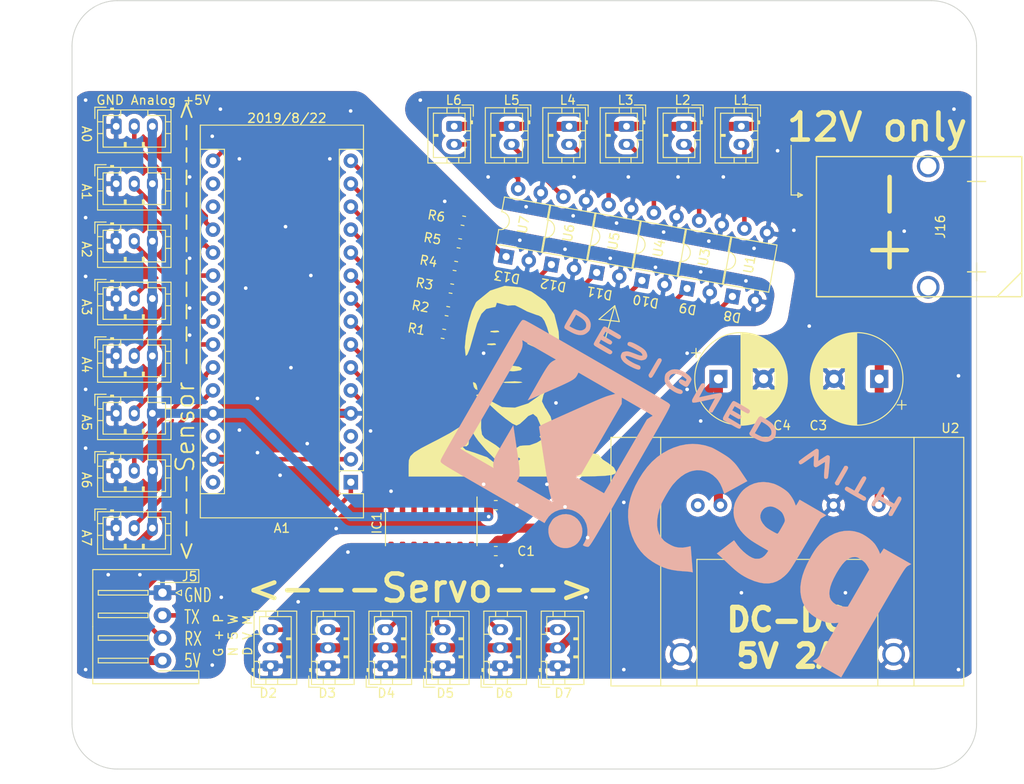
<source format=kicad_pcb>
(kicad_pcb (version 20171130) (host pcbnew "(5.1.2)-1")
  (layers (0 F.Cu signal) (31 B.Cu signal) (34 B.Paste user) (35 F.Paste user) (36 B.SilkS user) (37 F.SilkS user) (38 B.Mask user) (39 F.Mask user) (44 Edge.Cuts user))
  (net 0 "")
  (net 1 "Net-(A1-Pad1)")
  (net 2 "Net-(A1-Pad2)")
  (net 3 "Net-(A1-Pad19)")
  (net 4 GND)
  (net 5 "Net-(A1-Pad20)")
  (net 6 "Net-(A1-Pad5)")
  (net 7 "Net-(A1-Pad21)")
  (net 8 "Net-(A1-Pad6)")
  (net 9 "Net-(A1-Pad22)")
  (net 10 "Net-(A1-Pad7)")
  (net 11 "Net-(A1-Pad23)")
  (net 12 "Net-(A1-Pad8)")
  (net 13 "Net-(A1-Pad24)")
  (net 14 "Net-(A1-Pad9)")
  (net 15 "Net-(A1-Pad25)")
  (net 16 "Net-(A1-Pad10)")
  (net 17 "Net-(A1-Pad26)")
  (net 18 "Net-(A1-Pad11)")
  (net 19 +5V)
  (net 20 "Net-(A1-Pad12)")
  (net 21 "Net-(A1-Pad13)")
  (net 22 "Net-(A1-Pad14)")
  (net 23 "Net-(A1-Pad15)")
  (net 24 "Net-(A1-Pad16)")
  (net 25 GNDPWR)
  (net 26 /5V2A)
  (net 27 +12V)
  (net 28 "Net-(IC1-Pad10)")
  (net 29 "Net-(IC1-Pad11)")
  (net 30 "Net-(IC1-Pad12)")
  (net 31 "Net-(IC1-Pad13)")
  (net 32 "Net-(IC1-Pad14)")
  (net 33 "Net-(IC1-Pad15)")
  (net 34 "Net-(L1-Pad2)")
  (net 35 "Net-(L2-Pad2)")
  (net 36 "Net-(L3-Pad2)")
  (net 37 "Net-(L4-Pad2)")
  (net 38 "Net-(L5-Pad2)")
  (net 39 "Net-(L6-Pad2)")
  (net 40 "Net-(R1-Pad2)")
  (net 41 "Net-(R2-Pad2)")
  (net 42 "Net-(R3-Pad2)")
  (net 43 "Net-(R4-Pad2)")
  (net 44 "Net-(R5-Pad2)")
  (net 45 "Net-(R6-Pad2)")
  (module Morita:face2 (layer F.Cu) (at 228.5 116)
    (fp_text reference G*** hide)
    (fp_text value LOGO hide)
  )
  (module Symbol:KiCad-Logo2_20mm_SilkScreen (layer B.Cu) (at 246.75 131.5 330)
    (fp_text reference REF** hide)
    (fp_text value KiCad-Logo2_20mm_SilkScreen hide)
  )
  (module MountingHole:MountingHole_3.2mm_M3 (layer F.Cu) (at 275 80)
    (fp_text reference REF** hide)
    (fp_text value MountingHole_3.2mm_M3)
    (pad 1 np_thru_hole circle (at 0 0) (size 3.2 3.2) (drill 3.2) (layers *.Cu *.Mask))
  )
  (module MountingHole:MountingHole_3.2mm_M3 (layer F.Cu) (at 255 80)
    (fp_text reference REF** hide)
    (fp_text value MountingHole_3.2mm_M3)
    (pad 1 np_thru_hole circle (at 0 0) (size 3.2 3.2) (drill 3.2) (layers *.Cu *.Mask))
  )
  (module MountingHole:MountingHole_3.2mm_M3 (layer F.Cu) (at 265 80)
    (fp_text reference REF** hide)
    (fp_text value MountingHole_3.2mm_M3)
    (pad 1 np_thru_hole circle (at 0 0) (size 3.2 3.2) (drill 3.2) (layers *.Cu *.Mask))
  )
  (module MountingHole:MountingHole_3.2mm_M3 (layer F.Cu) (at 245 80)
    (fp_text reference REF** hide)
    (fp_text value MountingHole_3.2mm_M3)
    (pad 1 np_thru_hole circle (at 0 0) (size 3.2 3.2) (drill 3.2) (layers *.Cu *.Mask))
  )
  (module MountingHole:MountingHole_3.2mm_M3 (layer F.Cu) (at 235 80)
    (fp_text reference REF** hide)
    (fp_text value MountingHole_3.2mm_M3)
    (pad 1 np_thru_hole circle (at 0 0) (size 3.2 3.2) (drill 3.2) (layers *.Cu *.Mask))
  )
  (module MountingHole:MountingHole_3.2mm_M3 (layer F.Cu) (at 205 80)
    (fp_text reference REF** hide)
    (fp_text value MountingHole_3.2mm_M3)
    (pad 1 np_thru_hole circle (at 0 0) (size 3.2 3.2) (drill 3.2) (layers *.Cu *.Mask))
  )
  (module MountingHole:MountingHole_3.2mm_M3 (layer F.Cu) (at 225 80)
    (fp_text reference REF** hide)
    (fp_text value MountingHole_3.2mm_M3)
    (pad 1 np_thru_hole circle (at 0 0) (size 3.2 3.2) (drill 3.2) (layers *.Cu *.Mask))
  )
  (module MountingHole:MountingHole_3.2mm_M3 (layer F.Cu) (at 215 80)
    (fp_text reference REF** hide)
    (fp_text value MountingHole_3.2mm_M3)
    (pad 1 np_thru_hole circle (at 0 0) (size 3.2 3.2) (drill 3.2) (layers *.Cu *.Mask))
  )
  (module MountingHole:MountingHole_3.2mm_M3 (layer F.Cu) (at 195 80)
    (fp_text reference REF** hide)
    (fp_text value MountingHole_3.2mm_M3)
    (pad 1 np_thru_hole circle (at 0 0) (size 3.2 3.2) (drill 3.2) (layers *.Cu *.Mask))
  )
  (module MountingHole:MountingHole_3.2mm_M3 (layer F.Cu) (at 185 80)
    (fp_text reference REF** hide)
    (fp_text value MountingHole_3.2mm_M3)
    (pad 1 np_thru_hole circle (at 0 0) (size 3.2 3.2) (drill 3.2) (layers *.Cu *.Mask))
  )
  (module MountingHole:MountingHole_3.2mm_M3 (layer F.Cu) (at 255 155)
    (fp_text reference REF** hide)
    (fp_text value MountingHole_3.2mm_M3)
    (pad 1 np_thru_hole circle (at 0 0) (size 3.2 3.2) (drill 3.2) (layers *.Cu *.Mask))
  )
  (module MountingHole:MountingHole_3.2mm_M3 (layer F.Cu) (at 275 155)
    (fp_text reference REF** hide)
    (fp_text value MountingHole_3.2mm_M3)
    (pad 1 np_thru_hole circle (at 0 0) (size 3.2 3.2) (drill 3.2) (layers *.Cu *.Mask))
  )
  (module MountingHole:MountingHole_3.2mm_M3 (layer F.Cu) (at 265 155)
    (fp_text reference REF** hide)
    (fp_text value MountingHole_3.2mm_M3)
    (pad 1 np_thru_hole circle (at 0 0) (size 3.2 3.2) (drill 3.2) (layers *.Cu *.Mask))
  )
  (module MountingHole:MountingHole_3.2mm_M3 (layer F.Cu) (at 245 155)
    (fp_text reference REF** hide)
    (fp_text value MountingHole_3.2mm_M3)
    (pad 1 np_thru_hole circle (at 0 0) (size 3.2 3.2) (drill 3.2) (layers *.Cu *.Mask))
  )
  (module MountingHole:MountingHole_3.2mm_M3 (layer F.Cu) (at 235 155)
    (fp_text reference REF** hide)
    (fp_text value MountingHole_3.2mm_M3)
    (pad 1 np_thru_hole circle (at 0 0) (size 3.2 3.2) (drill 3.2) (layers *.Cu *.Mask))
  )
  (module MountingHole:MountingHole_3.2mm_M3 (layer F.Cu) (at 225 155)
    (fp_text reference REF** hide)
    (fp_text value MountingHole_3.2mm_M3)
    (pad 1 np_thru_hole circle (at 0 0) (size 3.2 3.2) (drill 3.2) (layers *.Cu *.Mask))
  )
  (module MountingHole:MountingHole_3.2mm_M3 (layer F.Cu) (at 215 155)
    (fp_text reference REF** hide)
    (fp_text value MountingHole_3.2mm_M3)
    (pad 1 np_thru_hole circle (at 0 0) (size 3.2 3.2) (drill 3.2) (layers *.Cu *.Mask))
  )
  (module MountingHole:MountingHole_3.2mm_M3 (layer F.Cu) (at 205 155)
    (fp_text reference REF** hide)
    (fp_text value MountingHole_3.2mm_M3)
    (pad 1 np_thru_hole circle (at 0 0) (size 3.2 3.2) (drill 3.2) (layers *.Cu *.Mask))
  )
  (module MountingHole:MountingHole_3.2mm_M3 (layer F.Cu) (at 195 155)
    (fp_text reference REF** hide)
    (fp_text value MountingHole_3.2mm_M3)
    (pad 1 np_thru_hole circle (at 0 0) (size 3.2 3.2) (drill 3.2) (layers *.Cu *.Mask))
  )
  (module MountingHole:MountingHole_3.2mm_M3 (layer F.Cu) (at 185 155)
    (fp_text reference REF** hide)
    (fp_text value MountingHole_3.2mm_M3)
    (pad 1 np_thru_hole circle (at 0 0) (size 3.2 3.2) (drill 3.2) (layers *.Cu *.Mask))
  )
  (module Module:Arduino_Nano (layer F.Cu) (at 210.82 128.27 180)
    (fp_text reference A1 (at 7.62 -5.08) (layer F.SilkS))
    (fp_text value Arduino_Nano_v2.x)
    (pad 1 thru_hole rect (at 0 0 180) (size 1.6 1.6) (drill 0.8) (layers *.Cu *.Mask) (net 1 "Net-(A1-Pad1)"))
    (pad 17 thru_hole oval (at 15.24 33.02 180) (size 1.6 1.6) (drill 0.8) (layers *.Cu *.Mask))
    (pad 2 thru_hole oval (at 0 2.54 180) (size 1.6 1.6) (drill 0.8) (layers *.Cu *.Mask) (net 2 "Net-(A1-Pad2)"))
    (pad 18 thru_hole oval (at 15.24 30.48 180) (size 1.6 1.6) (drill 0.8) (layers *.Cu *.Mask))
    (pad 3 thru_hole oval (at 0 5.08 180) (size 1.6 1.6) (drill 0.8) (layers *.Cu *.Mask))
    (pad 19 thru_hole oval (at 15.24 27.94 180) (size 1.6 1.6) (drill 0.8) (layers *.Cu *.Mask) (net 3 "Net-(A1-Pad19)"))
    (pad 4 thru_hole oval (at 0 7.62 180) (size 1.6 1.6) (drill 0.8) (layers *.Cu *.Mask) (net 4 GND))
    (pad 20 thru_hole oval (at 15.24 25.4 180) (size 1.6 1.6) (drill 0.8) (layers *.Cu *.Mask) (net 5 "Net-(A1-Pad20)"))
    (pad 5 thru_hole oval (at 0 10.16 180) (size 1.6 1.6) (drill 0.8) (layers *.Cu *.Mask) (net 6 "Net-(A1-Pad5)"))
    (pad 21 thru_hole oval (at 15.24 22.86 180) (size 1.6 1.6) (drill 0.8) (layers *.Cu *.Mask) (net 7 "Net-(A1-Pad21)"))
    (pad 6 thru_hole oval (at 0 12.7 180) (size 1.6 1.6) (drill 0.8) (layers *.Cu *.Mask) (net 8 "Net-(A1-Pad6)"))
    (pad 22 thru_hole oval (at 15.24 20.32 180) (size 1.6 1.6) (drill 0.8) (layers *.Cu *.Mask) (net 9 "Net-(A1-Pad22)"))
    (pad 7 thru_hole oval (at 0 15.24 180) (size 1.6 1.6) (drill 0.8) (layers *.Cu *.Mask) (net 10 "Net-(A1-Pad7)"))
    (pad 23 thru_hole oval (at 15.24 17.78 180) (size 1.6 1.6) (drill 0.8) (layers *.Cu *.Mask) (net 11 "Net-(A1-Pad23)"))
    (pad 8 thru_hole oval (at 0 17.78 180) (size 1.6 1.6) (drill 0.8) (layers *.Cu *.Mask) (net 12 "Net-(A1-Pad8)"))
    (pad 24 thru_hole oval (at 15.24 15.24 180) (size 1.6 1.6) (drill 0.8) (layers *.Cu *.Mask) (net 13 "Net-(A1-Pad24)"))
    (pad 9 thru_hole oval (at 0 20.32 180) (size 1.6 1.6) (drill 0.8) (layers *.Cu *.Mask) (net 14 "Net-(A1-Pad9)"))
    (pad 25 thru_hole oval (at 15.24 12.7 180) (size 1.6 1.6) (drill 0.8) (layers *.Cu *.Mask) (net 15 "Net-(A1-Pad25)"))
    (pad 10 thru_hole oval (at 0 22.86 180) (size 1.6 1.6) (drill 0.8) (layers *.Cu *.Mask) (net 16 "Net-(A1-Pad10)"))
    (pad 26 thru_hole oval (at 15.24 10.16 180) (size 1.6 1.6) (drill 0.8) (layers *.Cu *.Mask) (net 17 "Net-(A1-Pad26)"))
    (pad 11 thru_hole oval (at 0 25.4 180) (size 1.6 1.6) (drill 0.8) (layers *.Cu *.Mask) (net 18 "Net-(A1-Pad11)"))
    (pad 27 thru_hole oval (at 15.24 7.62 180) (size 1.6 1.6) (drill 0.8) (layers *.Cu *.Mask) (net 19 +5V))
    (pad 12 thru_hole oval (at 0 27.94 180) (size 1.6 1.6) (drill 0.8) (layers *.Cu *.Mask) (net 20 "Net-(A1-Pad12)"))
    (pad 28 thru_hole oval (at 15.24 5.08 180) (size 1.6 1.6) (drill 0.8) (layers *.Cu *.Mask))
    (pad 13 thru_hole oval (at 0 30.48 180) (size 1.6 1.6) (drill 0.8) (layers *.Cu *.Mask) (net 21 "Net-(A1-Pad13)"))
    (pad 29 thru_hole oval (at 15.24 2.54 180) (size 1.6 1.6) (drill 0.8) (layers *.Cu *.Mask) (net 4 GND))
    (pad 14 thru_hole oval (at 0 33.02 180) (size 1.6 1.6) (drill 0.8) (layers *.Cu *.Mask) (net 22 "Net-(A1-Pad14)"))
    (pad 30 thru_hole oval (at 15.24 0 180) (size 1.6 1.6) (drill 0.8) (layers *.Cu *.Mask))
    (pad 15 thru_hole oval (at 0 35.56 180) (size 1.6 1.6) (drill 0.8) (layers *.Cu *.Mask) (net 23 "Net-(A1-Pad15)"))
    (pad 16 thru_hole oval (at 15.24 35.56 180) (size 1.6 1.6) (drill 0.8) (layers *.Cu *.Mask) (net 24 "Net-(A1-Pad16)"))
  )
  (module Capacitor_SMD:C_0603_1608Metric (layer F.Cu) (at 226.8475 135.89)
    (fp_text reference C1 (at 3.3525 0.01) (layer F.SilkS))
    (fp_text value 0.1u)
    (pad 1 smd roundrect (at -0.7875 0) (size 0.875 0.95) (layers F.Cu F.Paste F.Mask) (net 26 /5V2A))
    (pad 2 smd roundrect (at 0.7875 0) (size 0.875 0.95) (layers F.Cu F.Paste F.Mask) (net 25 GNDPWR))
  )
  (module Capacitor_SMD:C_0603_1608Metric (layer F.Cu) (at 226.8475 130.81)
    (fp_text reference C2 (at 4.1525 -0.11) (layer F.SilkS))
    (fp_text value 0.1u)
    (pad 2 smd roundrect (at 0.7875 0) (size 0.875 0.95) (layers F.Cu F.Paste F.Mask) (net 4 GND))
    (pad 1 smd roundrect (at -0.7875 0) (size 0.875 0.95) (layers F.Cu F.Paste F.Mask) (net 19 +5V))
  )
  (module Capacitor_THT:CP_Radial_D10.0mm_P5.00mm (layer F.Cu) (at 269.24 116.84 180)
    (fp_text reference C3 (at 6.74 -5.16) (layer F.SilkS))
    (fp_text value 1000u)
    (pad 1 thru_hole rect (at 0 0 180) (size 2 2) (drill 1) (layers *.Cu *.Mask) (net 27 +12V))
    (pad 2 thru_hole circle (at 5 0 180) (size 2 2) (drill 1) (layers *.Cu *.Mask) (net 25 GNDPWR))
  )
  (module Capacitor_THT:CP_Radial_D10.0mm_P5.00mm (layer F.Cu) (at 251.46 116.84)
    (fp_text reference C4 (at 7.04 5.16) (layer F.SilkS))
    (fp_text value 1000u)
    (pad 1 thru_hole rect (at 0 0) (size 2 2) (drill 1) (layers *.Cu *.Mask) (net 26 /5V2A))
    (pad 2 thru_hole circle (at 5 0) (size 2 2) (drill 1) (layers *.Cu *.Mask) (net 25 GNDPWR))
  )
  (module Package_SO:SOIC-16_3.9x9.9mm_P1.27mm (layer F.Cu) (at 219.71 133.35 270)
    (fp_text reference IC1 (at -0.55 6.01 270) (layer F.SilkS))
    (fp_text value Si8660BA)
    (pad 1 smd roundrect (at -2.475 -4.445 270) (size 1.95 0.6) (layers F.Cu F.Paste F.Mask) (net 19 +5V))
    (pad 2 smd roundrect (at -2.475 -3.175 270) (size 1.95 0.6) (layers F.Cu F.Paste F.Mask) (net 16 "Net-(A1-Pad10)"))
    (pad 3 smd roundrect (at -2.475 -1.905 270) (size 1.95 0.6) (layers F.Cu F.Paste F.Mask) (net 14 "Net-(A1-Pad9)"))
    (pad 4 smd roundrect (at -2.475 -0.635 270) (size 1.95 0.6) (layers F.Cu F.Paste F.Mask) (net 12 "Net-(A1-Pad8)"))
    (pad 5 smd roundrect (at -2.475 0.635 270) (size 1.95 0.6) (layers F.Cu F.Paste F.Mask) (net 10 "Net-(A1-Pad7)"))
    (pad 6 smd roundrect (at -2.475 1.905 270) (size 1.95 0.6) (layers F.Cu F.Paste F.Mask) (net 8 "Net-(A1-Pad6)"))
    (pad 7 smd roundrect (at -2.475 3.175 270) (size 1.95 0.6) (layers F.Cu F.Paste F.Mask) (net 6 "Net-(A1-Pad5)"))
    (pad 8 smd roundrect (at -2.475 4.445 270) (size 1.95 0.6) (layers F.Cu F.Paste F.Mask) (net 4 GND))
    (pad 9 smd roundrect (at 2.475 4.445 270) (size 1.95 0.6) (layers F.Cu F.Paste F.Mask) (net 25 GNDPWR))
    (pad 10 smd roundrect (at 2.475 3.175 270) (size 1.95 0.6) (layers F.Cu F.Paste F.Mask) (net 28 "Net-(IC1-Pad10)"))
    (pad 11 smd roundrect (at 2.475 1.905 270) (size 1.95 0.6) (layers F.Cu F.Paste F.Mask) (net 29 "Net-(IC1-Pad11)"))
    (pad 12 smd roundrect (at 2.475 0.635 270) (size 1.95 0.6) (layers F.Cu F.Paste F.Mask) (net 30 "Net-(IC1-Pad12)"))
    (pad 13 smd roundrect (at 2.475 -0.635 270) (size 1.95 0.6) (layers F.Cu F.Paste F.Mask) (net 31 "Net-(IC1-Pad13)"))
    (pad 14 smd roundrect (at 2.475 -1.905 270) (size 1.95 0.6) (layers F.Cu F.Paste F.Mask) (net 32 "Net-(IC1-Pad14)"))
    (pad 15 smd roundrect (at 2.475 -3.175 270) (size 1.95 0.6) (layers F.Cu F.Paste F.Mask) (net 33 "Net-(IC1-Pad15)"))
    (pad 16 smd roundrect (at 2.475 -4.445 270) (size 1.95 0.6) (layers F.Cu F.Paste F.Mask) (net 26 /5V2A))
  )
  (module Connector_JST:JST_PH_B3B-PH-K_1x03_P2.00mm_Vertical (layer F.Cu) (at 201.93 148.59 90)
    (fp_text reference J1 hide)
    (fp_text value servo)
    (pad 1 thru_hole roundrect (at 0 0 90) (size 1.2 1.75) (drill 0.75) (layers *.Cu *.Mask) (roundrect_rratio 0.208333) (net 25 GNDPWR))
    (pad 2 thru_hole oval (at 2 0 90) (size 1.2 1.75) (drill 0.75) (layers *.Cu *.Mask) (net 26 /5V2A))
    (pad 3 thru_hole oval (at 4 0 90) (size 1.2 1.75) (drill 0.75) (layers *.Cu *.Mask) (net 28 "Net-(IC1-Pad10)"))
  )
  (module Connector_JST:JST_PH_B3B-PH-K_1x03_P2.00mm_Vertical (layer F.Cu) (at 208.28 148.59 90)
    (fp_text reference J2 hide)
    (fp_text value servo)
    (pad 1 thru_hole roundrect (at 0 0 90) (size 1.2 1.75) (drill 0.75) (layers *.Cu *.Mask) (roundrect_rratio 0.208333) (net 25 GNDPWR))
    (pad 2 thru_hole oval (at 2 0 90) (size 1.2 1.75) (drill 0.75) (layers *.Cu *.Mask) (net 26 /5V2A))
    (pad 3 thru_hole oval (at 4 0 90) (size 1.2 1.75) (drill 0.75) (layers *.Cu *.Mask) (net 29 "Net-(IC1-Pad11)"))
  )
  (module Connector_JST:JST_PH_B3B-PH-K_1x03_P2.00mm_Vertical (layer F.Cu) (at 214.63 148.59 90)
    (fp_text reference J3 hide)
    (fp_text value servo)
    (pad 1 thru_hole roundrect (at 0 0 90) (size 1.2 1.75) (drill 0.75) (layers *.Cu *.Mask) (roundrect_rratio 0.208333) (net 25 GNDPWR))
    (pad 2 thru_hole oval (at 2 0 90) (size 1.2 1.75) (drill 0.75) (layers *.Cu *.Mask) (net 26 /5V2A))
    (pad 3 thru_hole oval (at 4 0 90) (size 1.2 1.75) (drill 0.75) (layers *.Cu *.Mask) (net 30 "Net-(IC1-Pad12)"))
  )
  (module Connector_JST:JST_PH_B3B-PH-K_1x03_P2.00mm_Vertical (layer F.Cu) (at 184.88 88.9)
    (fp_text reference J4 hide)
    (fp_text value sens)
    (pad 3 thru_hole oval (at 4 0) (size 1.2 1.75) (drill 0.75) (layers *.Cu *.Mask) (net 19 +5V))
    (pad 2 thru_hole oval (at 2 0) (size 1.2 1.75) (drill 0.75) (layers *.Cu *.Mask) (net 3 "Net-(A1-Pad19)"))
    (pad 1 thru_hole roundrect (at 0 0) (size 1.2 1.75) (drill 0.75) (layers *.Cu *.Mask) (roundrect_rratio 0.208333) (net 4 GND))
  )
  (module Connector_JST:JST_XH_S4B-XH-A-1_1x04_P2.50mm_Horizontal (layer F.Cu) (at 190 140.5 270)
    (fp_text reference J5 (at -1.8 -3 180) (layer F.SilkS))
    (fp_text value Serial)
    (pad 1 thru_hole roundrect (at 0 0 270) (size 1.7 1.95) (drill 0.95) (layers *.Cu *.Mask) (roundrect_rratio 0.147059) (net 4 GND))
    (pad 2 thru_hole oval (at 2.5 0 270) (size 1.7 1.95) (drill 0.95) (layers *.Cu *.Mask) (net 1 "Net-(A1-Pad1)"))
    (pad 3 thru_hole oval (at 5 0 270) (size 1.7 1.95) (drill 0.95) (layers *.Cu *.Mask) (net 2 "Net-(A1-Pad2)"))
    (pad 4 thru_hole oval (at 7.5 0 270) (size 1.7 1.95) (drill 0.95) (layers *.Cu *.Mask) (net 19 +5V))
  )
  (module Connector_JST:JST_PH_B3B-PH-K_1x03_P2.00mm_Vertical (layer F.Cu) (at 220.98 148.59 90)
    (fp_text reference J6 hide)
    (fp_text value servo)
    (pad 3 thru_hole oval (at 4 0 90) (size 1.2 1.75) (drill 0.75) (layers *.Cu *.Mask) (net 31 "Net-(IC1-Pad13)"))
    (pad 2 thru_hole oval (at 2 0 90) (size 1.2 1.75) (drill 0.75) (layers *.Cu *.Mask) (net 26 /5V2A))
    (pad 1 thru_hole roundrect (at 0 0 90) (size 1.2 1.75) (drill 0.75) (layers *.Cu *.Mask) (roundrect_rratio 0.208333) (net 25 GNDPWR))
  )
  (module Connector_JST:JST_PH_B3B-PH-K_1x03_P2.00mm_Vertical (layer F.Cu) (at 184.88 95.25)
    (fp_text reference J7 hide)
    (fp_text value sens)
    (pad 1 thru_hole roundrect (at 0 0) (size 1.2 1.75) (drill 0.75) (layers *.Cu *.Mask) (roundrect_rratio 0.208333) (net 4 GND))
    (pad 2 thru_hole oval (at 2 0) (size 1.2 1.75) (drill 0.75) (layers *.Cu *.Mask) (net 5 "Net-(A1-Pad20)"))
    (pad 3 thru_hole oval (at 4 0) (size 1.2 1.75) (drill 0.75) (layers *.Cu *.Mask) (net 19 +5V))
  )
  (module Connector_JST:JST_PH_B3B-PH-K_1x03_P2.00mm_Vertical (layer F.Cu) (at 184.88 101.6)
    (fp_text reference J8 hide)
    (fp_text value sens)
    (pad 3 thru_hole oval (at 4 0) (size 1.2 1.75) (drill 0.75) (layers *.Cu *.Mask) (net 19 +5V))
    (pad 2 thru_hole oval (at 2 0) (size 1.2 1.75) (drill 0.75) (layers *.Cu *.Mask) (net 7 "Net-(A1-Pad21)"))
    (pad 1 thru_hole roundrect (at 0 0) (size 1.2 1.75) (drill 0.75) (layers *.Cu *.Mask) (roundrect_rratio 0.208333) (net 4 GND))
  )
  (module Connector_JST:JST_PH_B3B-PH-K_1x03_P2.00mm_Vertical (layer F.Cu) (at 227.33 148.59 90)
    (fp_text reference J9 hide)
    (fp_text value servo)
    (pad 1 thru_hole roundrect (at 0 0 90) (size 1.2 1.75) (drill 0.75) (layers *.Cu *.Mask) (roundrect_rratio 0.208333) (net 25 GNDPWR))
    (pad 2 thru_hole oval (at 2 0 90) (size 1.2 1.75) (drill 0.75) (layers *.Cu *.Mask) (net 26 /5V2A))
    (pad 3 thru_hole oval (at 4 0 90) (size 1.2 1.75) (drill 0.75) (layers *.Cu *.Mask) (net 32 "Net-(IC1-Pad14)"))
  )
  (module Connector_JST:JST_PH_B3B-PH-K_1x03_P2.00mm_Vertical (layer F.Cu) (at 184.88 107.95)
    (fp_text reference J10 hide)
    (fp_text value sens)
    (pad 3 thru_hole oval (at 4 0) (size 1.2 1.75) (drill 0.75) (layers *.Cu *.Mask) (net 19 +5V))
    (pad 2 thru_hole oval (at 2 0) (size 1.2 1.75) (drill 0.75) (layers *.Cu *.Mask) (net 9 "Net-(A1-Pad22)"))
    (pad 1 thru_hole roundrect (at 0 0) (size 1.2 1.75) (drill 0.75) (layers *.Cu *.Mask) (roundrect_rratio 0.208333) (net 4 GND))
  )
  (module Connector_JST:JST_PH_B3B-PH-K_1x03_P2.00mm_Vertical (layer F.Cu) (at 233.68 148.59 90)
    (fp_text reference J11 hide)
    (fp_text value servo)
    (pad 3 thru_hole oval (at 4 0 90) (size 1.2 1.75) (drill 0.75) (layers *.Cu *.Mask) (net 33 "Net-(IC1-Pad15)"))
    (pad 2 thru_hole oval (at 2 0 90) (size 1.2 1.75) (drill 0.75) (layers *.Cu *.Mask) (net 26 /5V2A))
    (pad 1 thru_hole roundrect (at 0 0 90) (size 1.2 1.75) (drill 0.75) (layers *.Cu *.Mask) (roundrect_rratio 0.208333) (net 25 GNDPWR))
  )
  (module Connector_JST:JST_PH_B3B-PH-K_1x03_P2.00mm_Vertical (layer F.Cu) (at 184.88 114.3)
    (fp_text reference J12 hide)
    (fp_text value sens)
    (pad 3 thru_hole oval (at 4 0) (size 1.2 1.75) (drill 0.75) (layers *.Cu *.Mask) (net 19 +5V))
    (pad 2 thru_hole oval (at 2 0) (size 1.2 1.75) (drill 0.75) (layers *.Cu *.Mask) (net 11 "Net-(A1-Pad23)"))
    (pad 1 thru_hole roundrect (at 0 0) (size 1.2 1.75) (drill 0.75) (layers *.Cu *.Mask) (roundrect_rratio 0.208333) (net 4 GND))
  )
  (module Connector_JST:JST_PH_B3B-PH-K_1x03_P2.00mm_Vertical (layer F.Cu) (at 184.88 120.65)
    (fp_text reference J13 hide)
    (fp_text value sens)
    (pad 1 thru_hole roundrect (at 0 0) (size 1.2 1.75) (drill 0.75) (layers *.Cu *.Mask) (roundrect_rratio 0.208333) (net 4 GND))
    (pad 2 thru_hole oval (at 2 0) (size 1.2 1.75) (drill 0.75) (layers *.Cu *.Mask) (net 13 "Net-(A1-Pad24)"))
    (pad 3 thru_hole oval (at 4 0) (size 1.2 1.75) (drill 0.75) (layers *.Cu *.Mask) (net 19 +5V))
  )
  (module Connector_JST:JST_PH_B3B-PH-K_1x03_P2.00mm_Vertical (layer F.Cu) (at 184.88 127)
    (fp_text reference J14 hide)
    (fp_text value sens)
    (pad 3 thru_hole oval (at 4 0) (size 1.2 1.75) (drill 0.75) (layers *.Cu *.Mask) (net 19 +5V))
    (pad 2 thru_hole oval (at 2 0) (size 1.2 1.75) (drill 0.75) (layers *.Cu *.Mask) (net 15 "Net-(A1-Pad25)"))
    (pad 1 thru_hole roundrect (at 0 0) (size 1.2 1.75) (drill 0.75) (layers *.Cu *.Mask) (roundrect_rratio 0.208333) (net 4 GND))
  )
  (module Connector_JST:JST_PH_B3B-PH-K_1x03_P2.00mm_Vertical (layer F.Cu) (at 184.88 133.35)
    (fp_text reference J15 hide)
    (fp_text value sens)
    (pad 1 thru_hole roundrect (at 0 0) (size 1.2 1.75) (drill 0.75) (layers *.Cu *.Mask) (roundrect_rratio 0.208333) (net 4 GND))
    (pad 2 thru_hole oval (at 2 0) (size 1.2 1.75) (drill 0.75) (layers *.Cu *.Mask) (net 17 "Net-(A1-Pad26)"))
    (pad 3 thru_hole oval (at 4 0) (size 1.2 1.75) (drill 0.75) (layers *.Cu *.Mask) (net 19 +5V))
  )
  (module Morita:XT60PT-M (layer F.Cu) (at 285 100)
    (fp_text reference J16 (at -9 0 90) (layer F.SilkS))
    (fp_text value XT-60)
    (pad "" thru_hole circle (at -10.35 6.7) (size 2.5 2.5) (drill 1.8) (layers *.Cu *.Mask))
    (pad "" thru_hole circle (at -10.35 -6.7) (size 2.5 2.5) (drill 1.8) (layers *.Cu *.Mask))
    (pad 1 smd rect (at -20.8 3.6) (size 5 5) (layers F.Cu F.Paste F.Mask) (net 27 +12V))
    (pad 2 smd rect (at -20.8 -3.6) (size 5 5) (layers F.Cu F.Paste F.Mask) (net 25 GNDPWR))
  )
  (module Connector_JST:JST_PH_B2B-PH-K_1x02_P2.00mm_Vertical (layer F.Cu) (at 254 88.9 270)
    (fp_text reference L1 (at -2.9 0 180) (layer F.SilkS))
    (fp_text value solenoid)
    (pad 2 thru_hole oval (at 2 0 270) (size 1.2 1.75) (drill 0.75) (layers *.Cu *.Mask) (net 34 "Net-(L1-Pad2)"))
    (pad 1 thru_hole roundrect (at 0 0 270) (size 1.2 1.75) (drill 0.75) (layers *.Cu *.Mask) (roundrect_rratio 0.208333) (net 27 +12V))
  )
  (module Connector_JST:JST_PH_B2B-PH-K_1x02_P2.00mm_Vertical (layer F.Cu) (at 247.65 88.9 270)
    (fp_text reference L2 (at -2.9 0.15 180) (layer F.SilkS))
    (fp_text value solenoid)
    (pad 1 thru_hole roundrect (at 0 0 270) (size 1.2 1.75) (drill 0.75) (layers *.Cu *.Mask) (roundrect_rratio 0.208333) (net 27 +12V))
    (pad 2 thru_hole oval (at 2 0 270) (size 1.2 1.75) (drill 0.75) (layers *.Cu *.Mask) (net 35 "Net-(L2-Pad2)"))
  )
  (module Connector_JST:JST_PH_B2B-PH-K_1x02_P2.00mm_Vertical (layer F.Cu) (at 241.3 88.9 270)
    (fp_text reference L3 (at -2.9 0.1 180) (layer F.SilkS))
    (fp_text value solenoid)
    (pad 1 thru_hole roundrect (at 0 0 270) (size 1.2 1.75) (drill 0.75) (layers *.Cu *.Mask) (roundrect_rratio 0.208333) (net 27 +12V))
    (pad 2 thru_hole oval (at 2 0 270) (size 1.2 1.75) (drill 0.75) (layers *.Cu *.Mask) (net 36 "Net-(L3-Pad2)"))
  )
  (module Connector_JST:JST_PH_B2B-PH-K_1x02_P2.00mm_Vertical (layer F.Cu) (at 234.95 88.9 270)
    (fp_text reference L4 (at -2.9 0.15 180) (layer F.SilkS))
    (fp_text value solenoid)
    (pad 2 thru_hole oval (at 2 0 270) (size 1.2 1.75) (drill 0.75) (layers *.Cu *.Mask) (net 37 "Net-(L4-Pad2)"))
    (pad 1 thru_hole roundrect (at 0 0 270) (size 1.2 1.75) (drill 0.75) (layers *.Cu *.Mask) (roundrect_rratio 0.208333) (net 27 +12V))
  )
  (module Connector_JST:JST_PH_B2B-PH-K_1x02_P2.00mm_Vertical (layer F.Cu) (at 228.6 88.9 270)
    (fp_text reference L5 (at -2.9 0 180) (layer F.SilkS))
    (fp_text value solenoid)
    (pad 1 thru_hole roundrect (at 0 0 270) (size 1.2 1.75) (drill 0.75) (layers *.Cu *.Mask) (roundrect_rratio 0.208333) (net 27 +12V))
    (pad 2 thru_hole oval (at 2 0 270) (size 1.2 1.75) (drill 0.75) (layers *.Cu *.Mask) (net 38 "Net-(L5-Pad2)"))
  )
  (module Connector_JST:JST_PH_B2B-PH-K_1x02_P2.00mm_Vertical (layer F.Cu) (at 222.25 88.9 270)
    (fp_text reference L6 (at -2.9 0.05 180) (layer F.SilkS))
    (fp_text value solenoid)
    (pad 2 thru_hole oval (at 2 0 270) (size 1.2 1.75) (drill 0.75) (layers *.Cu *.Mask) (net 39 "Net-(L6-Pad2)"))
    (pad 1 thru_hole roundrect (at 0 0 270) (size 1.2 1.75) (drill 0.75) (layers *.Cu *.Mask) (roundrect_rratio 0.208333) (net 27 +12V))
  )
  (module Resistor_SMD:R_0603_1608Metric (layer F.Cu) (at 221.05463 111.857737 350)
    (fp_text reference R1 (at -3.0225 0 170) (layer F.SilkS))
    (fp_text value 270)
    (pad 1 smd roundrect (at -0.7875 0 350) (size 0.875 0.95) (layers F.Cu F.Paste F.Mask) (net 18 "Net-(A1-Pad11)"))
    (pad 2 smd roundrect (at 0.7875 0 350) (size 0.875 0.95) (layers F.Cu F.Paste F.Mask) (net 40 "Net-(R1-Pad2)"))
  )
  (module Resistor_SMD:R_0603_1608Metric (layer F.Cu) (at 221.495694 109.356323 350)
    (fp_text reference R2 (at -3.0225 0 170) (layer F.SilkS))
    (fp_text value 270)
    (pad 2 smd roundrect (at 0.7875 0 350) (size 0.875 0.95) (layers F.Cu F.Paste F.Mask) (net 41 "Net-(R2-Pad2)"))
    (pad 1 smd roundrect (at -0.7875 0 350) (size 0.875 0.95) (layers F.Cu F.Paste F.Mask) (net 20 "Net-(A1-Pad12)"))
  )
  (module Resistor_SMD:R_0603_1608Metric (layer F.Cu) (at 221.93676 106.854915 350)
    (fp_text reference R3 (at -3.0225 -0.000001 170) (layer F.SilkS))
    (fp_text value 270)
    (pad 1 smd roundrect (at -0.7875 0 350) (size 0.875 0.95) (layers F.Cu F.Paste F.Mask) (net 21 "Net-(A1-Pad13)"))
    (pad 2 smd roundrect (at 0.7875 0 350) (size 0.875 0.95) (layers F.Cu F.Paste F.Mask) (net 42 "Net-(R3-Pad2)"))
  )
  (module Resistor_SMD:R_0603_1608Metric (layer F.Cu) (at 222.377826 104.353497 350)
    (fp_text reference R4 (at -3.0225 0 170) (layer F.SilkS))
    (fp_text value 270)
    (pad 2 smd roundrect (at 0.7875 0 350) (size 0.875 0.95) (layers F.Cu F.Paste F.Mask) (net 43 "Net-(R4-Pad2)"))
    (pad 1 smd roundrect (at -0.7875 0 350) (size 0.875 0.95) (layers F.Cu F.Paste F.Mask) (net 22 "Net-(A1-Pad14)"))
  )
  (module Resistor_SMD:R_0603_1608Metric (layer F.Cu) (at 222.818894 101.852089 350)
    (fp_text reference R5 (at -3.0225 0 170) (layer F.SilkS))
    (fp_text value 270)
    (pad 1 smd roundrect (at -0.7875 0 350) (size 0.875 0.95) (layers F.Cu F.Paste F.Mask) (net 23 "Net-(A1-Pad15)"))
    (pad 2 smd roundrect (at 0.7875 0 350) (size 0.875 0.95) (layers F.Cu F.Paste F.Mask) (net 44 "Net-(R5-Pad2)"))
  )
  (module Resistor_SMD:R_0603_1608Metric (layer F.Cu) (at 223.25996 99.350677 350)
    (fp_text reference R6 (at -3.0225 0 170) (layer F.SilkS))
    (fp_text value 270)
    (pad 2 smd roundrect (at 0.7875 0 350) (size 0.875 0.95) (layers F.Cu F.Paste F.Mask) (net 45 "Net-(R6-Pad2)"))
    (pad 1 smd roundrect (at -0.7875 0 350) (size 0.875 0.95) (layers F.Cu F.Paste F.Mask) (net 24 "Net-(A1-Pad16)"))
  )
  (module Package_DIP:DIP-4_W7.62mm (layer F.Cu) (at 253.006813 107.72354 80)
    (fp_text reference U1 (at 3.798758 1.252569 80) (layer F.SilkS))
    (fp_text value TLP627)
    (pad 1 thru_hole rect (at 0 0 80) (size 1.6 1.6) (drill 0.8) (layers *.Cu *.Mask) (net 40 "Net-(R1-Pad2)"))
    (pad 3 thru_hole oval (at 7.62 2.54 80) (size 1.6 1.6) (drill 0.8) (layers *.Cu *.Mask) (net 25 GNDPWR))
    (pad 2 thru_hole oval (at 0 2.54 80) (size 1.6 1.6) (drill 0.8) (layers *.Cu *.Mask) (net 4 GND))
    (pad 4 thru_hole oval (at 7.62 0 80) (size 1.6 1.6) (drill 0.8) (layers *.Cu *.Mask) (net 34 "Net-(L1-Pad2)"))
  )
  (module Morita:YDS-205 (layer F.Cu) (at 259.08 130.81)
    (fp_text reference U2 (at 18.02 -8.51) (layer F.SilkS))
    (fp_text value YDS-205)
    (pad 2 thru_hole circle (at -11.75 16.5) (size 2.5 2.5) (drill 1.8) (layers *.Cu *.Mask) (net 25 GNDPWR))
    (pad 2 thru_hole circle (at 11.75 16.5) (size 2.5 2.5) (drill 1.8) (layers *.Cu *.Mask) (net 25 GNDPWR))
    (pad 4 thru_hole circle (at -9.9 0) (size 1.524 1.524) (drill 0.8) (layers *.Cu *.Mask))
    (pad 3 thru_hole circle (at -7.4 0) (size 1.524 1.524) (drill 0.8) (layers *.Cu *.Mask) (net 26 /5V2A))
    (pad 2 thru_hole circle (at 5.1 0) (size 1.524 1.524) (drill 0.8) (layers *.Cu *.Mask) (net 25 GNDPWR))
    (pad 1 thru_hole circle (at 10.1 0) (size 1.524 1.524) (drill 0.8) (layers *.Cu *.Mask) (net 27 +12V))
  )
  (module Package_DIP:DIP-4_W7.62mm (layer F.Cu) (at 248.003991 106.841409 80)
    (fp_text reference U3 (at 3.718365 1.26961 80) (layer F.SilkS))
    (fp_text value TLP627)
    (pad 4 thru_hole oval (at 7.62 0 80) (size 1.6 1.6) (drill 0.8) (layers *.Cu *.Mask) (net 35 "Net-(L2-Pad2)"))
    (pad 2 thru_hole oval (at 0 2.54 80) (size 1.6 1.6) (drill 0.8) (layers *.Cu *.Mask) (net 4 GND))
    (pad 3 thru_hole oval (at 7.62 2.54 80) (size 1.6 1.6) (drill 0.8) (layers *.Cu *.Mask) (net 25 GNDPWR))
    (pad 1 thru_hole rect (at 0 0 80) (size 1.6 1.6) (drill 0.8) (layers *.Cu *.Mask) (net 41 "Net-(R2-Pad2)"))
  )
  (module Package_DIP:DIP-4_W7.62mm (layer F.Cu) (at 243.001166 105.959277 80)
    (fp_text reference U4 (at 3.834933 1.251924 80) (layer F.SilkS))
    (fp_text value TLP627)
    (pad 1 thru_hole rect (at 0 0 80) (size 1.6 1.6) (drill 0.8) (layers *.Cu *.Mask) (net 42 "Net-(R3-Pad2)"))
    (pad 3 thru_hole oval (at 7.62 2.54 80) (size 1.6 1.6) (drill 0.8) (layers *.Cu *.Mask) (net 25 GNDPWR))
    (pad 2 thru_hole oval (at 0 2.54 80) (size 1.6 1.6) (drill 0.8) (layers *.Cu *.Mask) (net 4 GND))
    (pad 4 thru_hole oval (at 7.62 0 80) (size 1.6 1.6) (drill 0.8) (layers *.Cu *.Mask) (net 36 "Net-(L3-Pad2)"))
  )
  (module Package_DIP:DIP-4_W7.62mm (layer F.Cu) (at 237.998345 105.077144 80)
    (fp_text reference U5 (at 3.754537 1.268965 80) (layer F.SilkS))
    (fp_text value TLP627)
    (pad 4 thru_hole oval (at 7.62 0 80) (size 1.6 1.6) (drill 0.8) (layers *.Cu *.Mask) (net 37 "Net-(L4-Pad2)"))
    (pad 2 thru_hole oval (at 0 2.54 80) (size 1.6 1.6) (drill 0.8) (layers *.Cu *.Mask) (net 4 GND))
    (pad 3 thru_hole oval (at 7.62 2.54 80) (size 1.6 1.6) (drill 0.8) (layers *.Cu *.Mask) (net 25 GNDPWR))
    (pad 1 thru_hole rect (at 0 0 80) (size 1.6 1.6) (drill 0.8) (layers *.Cu *.Mask) (net 43 "Net-(R4-Pad2)"))
  )
  (module Package_DIP:DIP-4_W7.62mm (layer F.Cu) (at 232.995522 104.195012 80)
    (fp_text reference U6 (at 3.772624 1.268642 80) (layer F.SilkS))
    (fp_text value TLP627)
    (pad 1 thru_hole rect (at 0 0 80) (size 1.6 1.6) (drill 0.8) (layers *.Cu *.Mask) (net 44 "Net-(R5-Pad2)"))
    (pad 3 thru_hole oval (at 7.62 2.54 80) (size 1.6 1.6) (drill 0.8) (layers *.Cu *.Mask) (net 25 GNDPWR))
    (pad 2 thru_hole oval (at 0 2.54 80) (size 1.6 1.6) (drill 0.8) (layers *.Cu *.Mask) (net 4 GND))
    (pad 4 thru_hole oval (at 7.62 0 80) (size 1.6 1.6) (drill 0.8) (layers *.Cu *.Mask) (net 38 "Net-(L5-Pad2)"))
  )
  (module Package_DIP:DIP-4_W7.62mm (layer F.Cu) (at 227.9927 103.312877 80)
    (fp_text reference U7 (at 3.790708 1.268319 80) (layer F.SilkS))
    (fp_text value TLP627)
    (pad 4 thru_hole oval (at 7.62 0 80) (size 1.6 1.6) (drill 0.8) (layers *.Cu *.Mask) (net 39 "Net-(L6-Pad2)"))
    (pad 2 thru_hole oval (at 0 2.54 80) (size 1.6 1.6) (drill 0.8) (layers *.Cu *.Mask) (net 4 GND))
    (pad 3 thru_hole oval (at 7.62 2.54 80) (size 1.6 1.6) (drill 0.8) (layers *.Cu *.Mask) (net 25 GNDPWR))
    (pad 1 thru_hole rect (at 0 0 80) (size 1.6 1.6) (drill 0.8) (layers *.Cu *.Mask) (net 45 "Net-(R6-Pad2)"))
  )
  (gr_line (start 240.5 110.5) (end 240 108.75) (layer F.SilkS) (width 0.12))
  (gr_line (start 238.25 110.25) (end 240.5 110.5) (layer F.SilkS) (width 0.12))
  (gr_line (start 240 108.75) (end 238.25 110.25) (layer F.SilkS) (width 0.12))
  (gr_line (start 239 112.25) (end 240 108.75) (layer F.SilkS) (width 0.12))
  (gr_text 2019/8/22 (at 203.75 88) (layer F.SilkS) (effects (font (size 1 1))))
  (gr_line (start 260.25 96.75) (end 260.75 96.5) (layer F.SilkS) (width 0.12))
  (gr_line (start 260.25 96.25) (end 260.25 96.75) (layer F.SilkS) (width 0.12))
  (gr_line (start 260.75 96.5) (end 260.25 96.25) (layer F.SilkS) (width 0.12))
  (gr_line (start 259.5 96.5) (end 260.75 96.5) (layer F.SilkS) (width 0.12))
  (gr_line (start 259.5 91) (end 259.5 96.5) (layer F.SilkS) (width 0.12))
  (gr_text "D8    D9   D10   D11   D12   D13" (at 240.3 107.7 170) (layer F.SilkS) (effects (font (size 1 1))))
  (gr_text "D2      D3      D4      D5      D6      D7" (at 218 151.6) (layer F.SilkS) (effects (font (size 1 1))))
  (gr_text "G + P\nN 5 W\nD V M" (at 197.8 145.2 90) (layer F.SilkS) (effects (font (size 1 1))))
  (gr_text "GND\nTX\nRX\n5V" (at 192.3 144.4) (layer F.SilkS) (effects (font (size 1.5 1)) (justify left)))
  (gr_text "A0      A1      A2      A3      A4      A5      A6      A7" (at 181.6 112.1 270) (layer F.SilkS) (effects (font (size 1 1))))
  (gr_text "GND Analog +5V" (at 189 86) (layer F.SilkS) (effects (font (size 1 1))))
  (gr_text +- (at 270 99.5 90) (layer F.SilkS) (effects (font (size 5 5) (thickness 0.5))))
  (gr_text "12V only" (at 269 89) (layer F.SilkS) (effects (font (size 3 3) (thickness 0.5))))
  (gr_arc (start 185 155) (end 180 155) (angle -90) (layer Edge.Cuts) (width 0.1))
  (gr_arc (start 275 155) (end 275 160) (angle -90) (layer Edge.Cuts) (width 0.1))
  (gr_arc (start 275 80) (end 280 80) (angle -90) (layer Edge.Cuts) (width 0.1))
  (gr_arc (start 185 80) (end 185 75) (angle -90) (layer Edge.Cuts) (width 0.1))
  (gr_text "DC-DC\n5V 2A" (at 259 145.5) (layer F.SilkS) (effects (font (size 2.5 2.5) (thickness 0.6))))
  (gr_text "<---Sensor ----------->" (at 192.5 111.5 90) (layer F.SilkS) (effects (font (size 2 2) (thickness 0.2))))
  (gr_text <---Servo--> (at 218.5 140) (layer F.SilkS) (effects (font (size 3 3) (thickness 0.5))))
  (gr_line (start 180 155) (end 180 80) (layer Edge.Cuts) (width 0.1))
  (gr_line (start 275 160) (end 185 160) (layer Edge.Cuts) (width 0.1))
  (gr_line (start 280 80) (end 280 155) (layer Edge.Cuts) (width 0.1))
  (gr_line (start 185 75) (end 275 75) (layer Edge.Cuts) (width 0.1))
  (segment (start 210.82 129.57) (end 210.82 128.27) (width 0.5) (layer F.Cu) (net 1))
  (segment (start 197.39 143) (end 210.82 129.57) (width 0.5) (layer F.Cu) (net 1))
  (segment (start 190 143) (end 197.39 143) (width 0.5) (layer F.Cu) (net 1))
  (segment (start 202.455034 125.73) (end 188 140.185034) (width 0.5) (layer F.Cu) (net 2))
  (segment (start 210.82 125.73) (end 202.455034 125.73) (width 0.5) (layer F.Cu) (net 2))
  (segment (start 189.875 145.5) (end 190 145.5) (width 0.5) (layer F.Cu) (net 2))
  (segment (start 188 143.625) (end 189.875 145.5) (width 0.5) (layer F.Cu) (net 2))
  (segment (start 188 140.185034) (end 188 143.625) (width 0.5) (layer F.Cu) (net 2))
  (segment (start 195.58 99.875) (end 195.58 100.33) (width 0.5) (layer F.Cu) (net 3))
  (segment (start 186.88 88.9) (end 186.88 89.175) (width 0.5) (layer F.Cu) (net 3))
  (segment (start 194.780001 99.530001) (end 195.58 100.33) (width 0.5) (layer F.Cu) (net 3))
  (segment (start 194.780001 98.840003) (end 194.780001 99.530001) (width 0.5) (layer F.Cu) (net 3))
  (segment (start 186.88 90.940002) (end 194.780001 98.840003) (width 0.5) (layer F.Cu) (net 3))
  (segment (start 186.88 88.9) (end 186.88 90.940002) (width 0.5) (layer F.Cu) (net 3))
  (segment (start 195.58 125.73) (end 198.27 125.73) (width 1) (layer F.Cu) (net 4))
  (segment (start 203.35 120.65) (end 210.82 120.65) (width 1) (layer F.Cu) (net 4))
  (segment (start 198.27 125.73) (end 203.35 120.65) (width 1) (layer F.Cu) (net 4))
  (via (at 229.19 130.81) (size 0.8) (drill 0.4) (layers F.Cu B.Cu) (net 4))
  (segment (start 229.19 130.81) (end 227.635 130.81) (width 1) (layer F.Cu) (net 4))
  (segment (start 215.265 129.265) (end 215.265 130.875) (width 1) (layer F.Cu) (net 4))
  (via (at 215.265 129.265) (size 0.8) (drill 0.4) (layers F.Cu B.Cu) (net 4))
  (via (at 225.5 114) (size 0.8) (drill 0.4) (layers F.Cu B.Cu) (net 4))
  (via (at 225.5 128.5) (size 0.8) (drill 0.4) (layers F.Cu B.Cu) (net 4))
  (via (at 232.5 128.5) (size 0.8) (drill 0.4) (layers F.Cu B.Cu) (net 4))
  (via (at 248 114) (size 0.8) (drill 0.4) (layers F.Cu B.Cu) (net 4))
  (via (at 181.5 86) (size 0.8) (drill 0.4) (layers F.Cu B.Cu) (net 4))
  (via (at 181.5 149) (size 0.8) (drill 0.4) (layers F.Cu B.Cu) (net 4))
  (via (at 195.5 148.5) (size 0.8) (drill 0.4) (layers F.Cu B.Cu) (net 4))
  (via (at 187.5 138.5) (size 0.8) (drill 0.4) (layers F.Cu B.Cu) (net 4))
  (via (at 184 138.5) (size 0.8) (drill 0.4) (layers F.Cu B.Cu) (net 4))
  (via (at 196.5 141) (size 0.8) (drill 0.4) (layers F.Cu B.Cu) (net 4))
  (via (at 203 127.5) (size 0.8) (drill 0.4) (layers F.Cu B.Cu) (net 4))
  (via (at 206 124) (size 0.8) (drill 0.4) (layers F.Cu B.Cu) (net 4))
  (via (at 200.5 125) (size 0.8) (drill 0.4) (layers F.Cu B.Cu) (net 4))
  (via (at 198.5 122.5) (size 0.8) (drill 0.4) (layers F.Cu B.Cu) (net 4))
  (via (at 200.5 119) (size 0.8) (drill 0.4) (layers F.Cu B.Cu) (net 4))
  (via (at 198.5 92.5) (size 0.8) (drill 0.4) (layers F.Cu B.Cu) (net 4))
  (via (at 208.5 92.5) (size 0.8) (drill 0.4) (layers F.Cu B.Cu) (net 4))
  (via (at 195.5 90) (size 0.8) (drill 0.4) (layers F.Cu B.Cu) (net 4))
  (via (at 193 94.5) (size 0.8) (drill 0.4) (layers F.Cu B.Cu) (net 4))
  (via (at 193 103.5) (size 0.8) (drill 0.4) (layers F.Cu B.Cu) (net 4))
  (via (at 193 109) (size 0.8) (drill 0.4) (layers F.Cu B.Cu) (net 4))
  (via (at 193 112) (size 0.8) (drill 0.4) (layers F.Cu B.Cu) (net 4))
  (via (at 181.5 99) (size 0.8) (drill 0.4) (layers F.Cu B.Cu) (net 4))
  (via (at 181.5 105.5) (size 0.8) (drill 0.4) (layers F.Cu B.Cu) (net 4))
  (via (at 181.5 118) (size 0.8) (drill 0.4) (layers F.Cu B.Cu) (net 4))
  (via (at 181.5 124.5) (size 0.8) (drill 0.4) (layers F.Cu B.Cu) (net 4))
  (via (at 233.5 119.5) (size 0.8) (drill 0.4) (layers F.Cu B.Cu) (net 4))
  (via (at 229.5 101.5) (size 0.8) (drill 0.4) (layers F.Cu B.Cu) (net 4))
  (via (at 234.5 102.5) (size 0.8) (drill 0.4) (layers F.Cu B.Cu) (net 4))
  (via (at 239.5 103.5) (size 0.8) (drill 0.4) (layers F.Cu B.Cu) (net 4))
  (via (at 244.5 104.5) (size 0.8) (drill 0.4) (layers F.Cu B.Cu) (net 4))
  (via (at 249.5 105) (size 0.8) (drill 0.4) (layers F.Cu B.Cu) (net 4))
  (via (at 254.5 106) (size 0.8) (drill 0.4) (layers F.Cu B.Cu) (net 4))
  (via (at 221.2 97.2) (size 0.8) (drill 0.4) (layers F.Cu B.Cu) (net 4))
  (via (at 210.8 87.2) (size 0.8) (drill 0.4) (layers F.Cu B.Cu) (net 4))
  (via (at 196.4 87) (size 0.8) (drill 0.4) (layers F.Cu B.Cu) (net 4))
  (via (at 203.6 100) (size 0.8) (drill 0.4) (layers F.Cu B.Cu) (net 4))
  (via (at 204.2 115.6) (size 0.8) (drill 0.4) (layers F.Cu B.Cu) (net 4))
  (via (at 199.2 106.8) (size 0.8) (drill 0.4) (layers F.Cu B.Cu) (net 4))
  (via (at 206.4 105.4) (size 0.8) (drill 0.4) (layers F.Cu B.Cu) (net 4))
  (via (at 213 122.6) (size 0.8) (drill 0.4) (layers F.Cu B.Cu) (net 4))
  (via (at 209.2 133.4) (size 0.8) (drill 0.4) (layers F.Cu B.Cu) (net 4))
  (segment (start 186.88 95.525) (end 186.88 95.25) (width 0.5) (layer F.Cu) (net 5))
  (segment (start 193.425001 102.070001) (end 186.88 95.525) (width 0.5) (layer F.Cu) (net 5))
  (segment (start 194.780001 102.070001) (end 193.425001 102.070001) (width 0.5) (layer F.Cu) (net 5))
  (segment (start 195.58 102.87) (end 194.780001 102.070001) (width 0.5) (layer F.Cu) (net 5))
  (segment (start 216.535 123.825) (end 216.535 130.875) (width 0.5) (layer F.Cu) (net 6))
  (segment (start 210.82 118.11) (end 216.535 123.825) (width 0.5) (layer F.Cu) (net 6))
  (segment (start 186.88 101.875) (end 186.88 101.6) (width 0.5) (layer F.Cu) (net 7))
  (segment (start 190.415 105.41) (end 186.88 101.875) (width 0.5) (layer F.Cu) (net 7))
  (segment (start 195.58 105.41) (end 190.415 105.41) (width 0.5) (layer F.Cu) (net 7))
  (segment (start 217.805 122.555) (end 217.805 130.875) (width 0.5) (layer F.Cu) (net 8))
  (segment (start 210.82 115.57) (end 217.805 122.555) (width 0.5) (layer F.Cu) (net 8))
  (segment (start 186.88 107.675) (end 186.88 107.95) (width 0.5) (layer F.Cu) (net 9))
  (segment (start 187.98 106.575) (end 186.88 107.675) (width 0.5) (layer F.Cu) (net 9))
  (segment (start 190.95 107.95) (end 189.575 106.575) (width 0.5) (layer F.Cu) (net 9))
  (segment (start 195.58 107.95) (end 190.95 107.95) (width 0.5) (layer F.Cu) (net 9))
  (segment (start 189.575 106.575) (end 187.98 106.575) (width 0.5) (layer F.Cu) (net 9))
  (segment (start 219.075 121.285) (end 219.075 130.875) (width 0.5) (layer F.Cu) (net 10))
  (segment (start 210.82 113.03) (end 219.075 121.285) (width 0.5) (layer F.Cu) (net 10))
  (segment (start 186.88 114.025) (end 186.88 114.3) (width 0.5) (layer F.Cu) (net 11))
  (segment (start 190.415 110.49) (end 186.88 114.025) (width 0.5) (layer F.Cu) (net 11))
  (segment (start 195.58 110.49) (end 190.415 110.49) (width 0.5) (layer F.Cu) (net 11))
  (segment (start 220.345 120.015) (end 220.345 130.875) (width 0.5) (layer F.Cu) (net 12))
  (segment (start 210.82 110.49) (end 220.345 120.015) (width 0.5) (layer F.Cu) (net 12))
  (segment (start 186.88 120.375) (end 186.88 120.65) (width 0.5) (layer F.Cu) (net 13))
  (segment (start 194.225 113.03) (end 186.88 120.375) (width 0.5) (layer F.Cu) (net 13))
  (segment (start 195.58 113.03) (end 194.225 113.03) (width 0.5) (layer F.Cu) (net 13))
  (segment (start 221.615 118.745) (end 221.615 130.875) (width 0.5) (layer F.Cu) (net 14))
  (segment (start 210.82 107.95) (end 221.615 118.745) (width 0.5) (layer F.Cu) (net 14))
  (segment (start 186.88 126.27) (end 186.88 127) (width 0.5) (layer F.Cu) (net 15))
  (segment (start 186.88 125.625) (end 186.88 127) (width 0.5) (layer F.Cu) (net 15))
  (segment (start 186.88 124.409938) (end 186.88 125.625) (width 0.5) (layer F.Cu) (net 15))
  (segment (start 194.780001 116.509937) (end 186.88 124.409938) (width 0.5) (layer F.Cu) (net 15))
  (segment (start 194.780001 116.369999) (end 194.780001 116.509937) (width 0.5) (layer F.Cu) (net 15))
  (segment (start 195.58 115.57) (end 194.780001 116.369999) (width 0.5) (layer F.Cu) (net 15))
  (segment (start 222.885 117.475) (end 222.885 130.875) (width 0.5) (layer F.Cu) (net 16))
  (segment (start 210.82 105.41) (end 222.885 117.475) (width 0.5) (layer F.Cu) (net 16))
  (segment (start 186.88 133.075) (end 186.88 133.35) (width 0.5) (layer F.Cu) (net 17))
  (segment (start 191.9775 121.7125) (end 194.845 118.845) (width 0.5) (layer F.Cu) (net 17))
  (segment (start 191.9775 127.9775) (end 191.9775 121.7125) (width 0.5) (layer F.Cu) (net 17))
  (segment (start 195.58 118.11) (end 194.845 118.845) (width 0.5) (layer F.Cu) (net 17))
  (segment (start 191.9775 127.9775) (end 186.88 133.075) (width 0.5) (layer F.Cu) (net 17))
  (segment (start 219.670989 111.720989) (end 220.279094 111.720989) (width 0.5) (layer F.Cu) (net 18))
  (segment (start 210.82 102.87) (end 219.670989 111.720989) (width 0.5) (layer F.Cu) (net 18))
  (segment (start 224.22 130.81) (end 224.155 130.875) (width 0.5) (layer F.Cu) (net 19))
  (segment (start 226.06 130.81) (end 224.22 130.81) (width 0.5) (layer F.Cu) (net 19))
  (segment (start 188.88 120.65) (end 197.58 120.65) (width 1) (layer B.Cu) (net 19))
  (segment (start 195.58 120.65) (end 199.39 120.65) (width 1) (layer B.Cu) (net 19))
  (segment (start 199.39 120.65) (end 210.82 132.08) (width 1) (layer B.Cu) (net 19))
  (via (at 226.06 132.08) (size 0.8) (drill 0.4) (layers F.Cu B.Cu) (net 19))
  (segment (start 210.82 132.08) (end 226.06 132.08) (width 1) (layer B.Cu) (net 19))
  (segment (start 226.06 132.08) (end 226.06 130.81) (width 1) (layer F.Cu) (net 19))
  (segment (start 188.88 133.35) (end 188.88 88.9) (width 1) (layer B.Cu) (net 19))
  (segment (start 188.88 133.625) (end 186 136.505) (width 1) (layer F.Cu) (net 19))
  (segment (start 188.88 133.35) (end 188.88 133.625) (width 1) (layer F.Cu) (net 19))
  (segment (start 186 145.975) (end 186 136.505) (width 1) (layer F.Cu) (net 19))
  (segment (start 188.025 148) (end 186 145.975) (width 1) (layer F.Cu) (net 19))
  (segment (start 190 148) (end 188.025 148) (width 1) (layer F.Cu) (net 19))
  (segment (start 219.709575 109.219575) (end 220.720158 109.219575) (width 0.5) (layer F.Cu) (net 20))
  (segment (start 210.82 100.33) (end 219.709575 109.219575) (width 0.5) (layer F.Cu) (net 20))
  (segment (start 219.748167 106.718167) (end 221.161224 106.718167) (width 0.5) (layer F.Cu) (net 21))
  (segment (start 210.82 97.79) (end 219.748167 106.718167) (width 0.5) (layer F.Cu) (net 21))
  (segment (start 219.786749 104.216749) (end 221.60229 104.216749) (width 0.5) (layer F.Cu) (net 22))
  (segment (start 210.82 95.25) (end 219.786749 104.216749) (width 0.5) (layer F.Cu) (net 22))
  (segment (start 219.825341 101.715341) (end 222.043358 101.715341) (width 0.5) (layer F.Cu) (net 23))
  (segment (start 210.82 92.71) (end 219.825341 101.715341) (width 0.5) (layer F.Cu) (net 23))
  (segment (start 219.863929 99.213929) (end 222.484424 99.213929) (width 0.5) (layer F.Cu) (net 24))
  (segment (start 210.82 90.17) (end 219.863929 99.213929) (width 0.5) (layer F.Cu) (net 24))
  (segment (start 195.58 92.71) (end 198.12 90.17) (width 0.5) (layer F.Cu) (net 24))
  (segment (start 198.12 90.17) (end 210.82 90.17) (width 0.5) (layer F.Cu) (net 24))
  (via (at 227.5 137.5) (size 0.8) (drill 0.4) (layers F.Cu B.Cu) (net 25))
  (segment (start 227.635 136.635) (end 227.635 135.89) (width 1) (layer F.Cu) (net 25))
  (segment (start 227.5 137.5) (end 227.635 136.635) (width 1) (layer F.Cu) (net 25))
  (via (at 210.5 136) (size 0.8) (drill 0.4) (layers F.Cu B.Cu) (net 25))
  (via (at 205 141.5) (size 0.8) (drill 0.4) (layers F.Cu B.Cu) (net 25))
  (via (at 234.5 131) (size 0.8) (drill 0.4) (layers F.Cu B.Cu) (net 25))
  (via (at 248 118) (size 0.8) (drill 0.4) (layers F.Cu B.Cu) (net 25))
  (via (at 241 130.5) (size 0.8) (drill 0.4) (layers F.Cu B.Cu) (net 25))
  (via (at 249.5 121.5) (size 0.8) (drill 0.4) (layers F.Cu B.Cu) (net 25))
  (via (at 241 149) (size 0.8) (drill 0.4) (layers F.Cu B.Cu) (net 25))
  (via (at 278 149) (size 0.8) (drill 0.4) (layers F.Cu B.Cu) (net 25))
  (via (at 278 116.5) (size 0.8) (drill 0.4) (layers F.Cu B.Cu) (net 25))
  (via (at 277.5 87) (size 0.8) (drill 0.4) (layers F.Cu B.Cu) (net 25))
  (via (at 218.5 86) (size 0.8) (drill 0.4) (layers F.Cu B.Cu) (net 25))
  (via (at 235.5 94.5) (size 0.8) (drill 0.4) (layers F.Cu B.Cu) (net 25))
  (via (at 241.5 94.5) (size 0.8) (drill 0.4) (layers F.Cu B.Cu) (net 25))
  (via (at 247 94.5) (size 0.8) (drill 0.4) (layers F.Cu B.Cu) (net 25))
  (via (at 252 94.5) (size 0.8) (drill 0.4) (layers F.Cu B.Cu) (net 25))
  (via (at 226 94.5) (size 0.8) (drill 0.4) (layers F.Cu B.Cu) (net 25))
  (via (at 254 140.5) (size 0.8) (drill 0.4) (layers F.Cu B.Cu) (net 25))
  (via (at 265.5 140.5) (size 0.8) (drill 0.4) (layers F.Cu B.Cu) (net 25))
  (via (at 272 100.5) (size 0.8) (drill 0.4) (layers F.Cu B.Cu) (net 25))
  (via (at 261.5 111) (size 0.8) (drill 0.4) (layers F.Cu B.Cu) (net 25))
  (via (at 258 91.6) (size 0.8) (drill 0.4) (layers F.Cu B.Cu) (net 25))
  (via (at 230.2 97.8) (size 0.8) (drill 0.4) (layers F.Cu B.Cu) (net 25))
  (via (at 235.4 98.8) (size 0.8) (drill 0.4) (layers F.Cu B.Cu) (net 25))
  (via (at 240.2 99.6) (size 0.8) (drill 0.4) (layers F.Cu B.Cu) (net 25))
  (via (at 245.4 100.6) (size 0.8) (drill 0.4) (layers F.Cu B.Cu) (net 25))
  (via (at 250.4 101.6) (size 0.8) (drill 0.4) (layers F.Cu B.Cu) (net 25))
  (via (at 255.4 102.4) (size 0.8) (drill 0.4) (layers F.Cu B.Cu) (net 25))
  (via (at 259.8 100.4) (size 0.8) (drill 0.4) (layers F.Cu B.Cu) (net 25))
  (via (at 237 134.4) (size 0.8) (drill 0.4) (layers F.Cu B.Cu) (net 25))
  (via (at 236.8 141) (size 0.8) (drill 0.4) (layers F.Cu B.Cu) (net 25))
  (segment (start 201.93 146.59) (end 233.68 146.59) (width 1) (layer F.Cu) (net 26))
  (segment (start 251.46 130.59) (end 251.68 130.81) (width 1) (layer F.Cu) (net 26))
  (segment (start 251.46 116.84) (end 251.46 130.59) (width 1) (layer F.Cu) (net 26))
  (segment (start 251.46 117.04) (end 251.46 116.84) (width 1) (layer F.Cu) (net 26))
  (segment (start 233.955 146.59) (end 233.68 146.59) (width 1) (layer F.Cu) (net 26))
  (segment (start 238.76 141.785) (end 233.955 146.59) (width 1) (layer F.Cu) (net 26))
  (segment (start 251.46 117.04) (end 238.76 129.74) (width 1) (layer F.Cu) (net 26))
  (segment (start 238.76 129.74) (end 238.76 141.785) (width 1) (layer F.Cu) (net 26))
  (segment (start 235.15 133.35) (end 251.46 117.04) (width 1) (layer F.Cu) (net 26))
  (segment (start 229.05 133.35) (end 235.15 133.35) (width 1) (layer F.Cu) (net 26))
  (segment (start 227.71001 134.68999) (end 229.05 133.35) (width 1) (layer F.Cu) (net 26))
  (segment (start 227.13794 134.68999) (end 227.71001 134.68999) (width 1) (layer F.Cu) (net 26))
  (segment (start 227.11294 134.71499) (end 227.13794 134.68999) (width 1) (layer F.Cu) (net 26))
  (segment (start 226.06 135.89) (end 226.43499 135.89) (width 1) (layer F.Cu) (net 26))
  (segment (start 226.43499 135.39294) (end 226.49749 135.33044) (width 1) (layer F.Cu) (net 26))
  (segment (start 226.43499 135.89) (end 226.43499 135.39294) (width 1) (layer F.Cu) (net 26))
  (segment (start 226.49749 135.253184) (end 227.035684 134.71499) (width 1) (layer F.Cu) (net 26))
  (segment (start 226.49749 135.33044) (end 226.49749 135.253184) (width 1) (layer F.Cu) (net 26))
  (segment (start 227.035684 134.71499) (end 227.11294 134.71499) (width 1) (layer F.Cu) (net 26))
  (segment (start 224.22 135.89) (end 224.155 135.825) (width 0.5) (layer F.Cu) (net 26))
  (segment (start 226.06 135.89) (end 224.22 135.89) (width 0.5) (layer F.Cu) (net 26))
  (segment (start 267.7 103.6) (end 264.2 103.6) (width 1) (layer F.Cu) (net 27))
  (segment (start 269.24 105.14) (end 267.7 103.6) (width 1) (layer F.Cu) (net 27))
  (segment (start 269.24 116.84) (end 269.24 105.14) (width 1) (layer F.Cu) (net 27))
  (segment (start 269.24 130.75) (end 269.18 130.81) (width 1) (layer F.Cu) (net 27))
  (segment (start 269.24 116.84) (end 269.24 130.75) (width 1) (layer F.Cu) (net 27))
  (segment (start 265.9 88.9) (end 222.25 88.9) (width 1) (layer F.Cu) (net 27))
  (segment (start 269 92) (end 265.9 88.9) (width 1) (layer F.Cu) (net 27))
  (segment (start 269 100.65) (end 269 92) (width 1) (layer F.Cu) (net 27))
  (segment (start 264.2 103.6) (end 266.05 103.6) (width 1) (layer F.Cu) (net 27))
  (segment (start 266.05 103.6) (end 269 100.65) (width 1) (layer F.Cu) (net 27))
  (segment (start 203.305 144.59) (end 201.93 144.59) (width 0.5) (layer F.Cu) (net 28))
  (segment (start 216.535 136.9) (end 215.005 138.43) (width 0.5) (layer F.Cu) (net 28))
  (segment (start 216.535 135.825) (end 216.535 136.9) (width 0.5) (layer F.Cu) (net 28))
  (segment (start 215.005 138.43) (end 215.005 138.495) (width 0.5) (layer F.Cu) (net 28))
  (segment (start 210.3025 143.1975) (end 204.6975 143.1975) (width 0.5) (layer F.Cu) (net 28))
  (segment (start 215.005 138.495) (end 210.3025 143.1975) (width 0.5) (layer F.Cu) (net 28))
  (segment (start 204.6975 143.1975) (end 203.305 144.59) (width 0.5) (layer F.Cu) (net 28))
  (segment (start 208.28 144.59) (end 211.41 144.59) (width 0.5) (layer F.Cu) (net 29))
  (segment (start 217.805 138.195) (end 217.805 135.825) (width 0.5) (layer F.Cu) (net 29))
  (segment (start 211.41 144.59) (end 217.805 138.195) (width 0.5) (layer F.Cu) (net 29))
  (segment (start 214.905 144.59) (end 214.63 144.59) (width 0.5) (layer F.Cu) (net 30))
  (segment (start 219.075 140.42) (end 214.905 144.59) (width 0.5) (layer F.Cu) (net 30))
  (segment (start 219.075 135.825) (end 219.075 140.42) (width 0.5) (layer F.Cu) (net 30))
  (segment (start 220.345 143.955) (end 220.98 144.59) (width 0.5) (layer F.Cu) (net 31))
  (segment (start 220.345 135.825) (end 220.345 143.955) (width 0.5) (layer F.Cu) (net 31))
  (segment (start 227.055 144.59) (end 227.33 144.59) (width 0.5) (layer F.Cu) (net 32))
  (segment (start 221.615 139.15) (end 227.055 144.59) (width 0.5) (layer F.Cu) (net 32))
  (segment (start 221.615 135.825) (end 221.615 139.15) (width 0.5) (layer F.Cu) (net 32))
  (segment (start 230.575 144.59) (end 233.68 144.59) (width 0.5) (layer F.Cu) (net 33))
  (segment (start 222.885 136.9) (end 230.575 144.59) (width 0.5) (layer F.Cu) (net 33))
  (segment (start 222.885 135.825) (end 222.885 136.9) (width 0.5) (layer F.Cu) (net 33))
  (segment (start 254.330012 91.230012) (end 254 90.9) (width 0.5) (layer F.Cu) (net 34))
  (segment (start 254.330012 100.219305) (end 254.330012 91.230012) (width 0.5) (layer F.Cu) (net 34))
  (segment (start 247.925 90.9) (end 247.65 90.9) (width 0.5) (layer F.Cu) (net 35))
  (segment (start 249.32719 92.30219) (end 247.925 90.9) (width 0.5) (layer F.Cu) (net 35))
  (segment (start 249.32719 99.337174) (end 249.32719 92.30219) (width 0.5) (layer F.Cu) (net 35))
  (segment (start 241.575 90.9) (end 241.3 90.9) (width 0.5) (layer F.Cu) (net 36))
  (segment (start 244.324365 93.649365) (end 241.575 90.9) (width 0.5) (layer F.Cu) (net 36))
  (segment (start 244.324365 98.455042) (end 244.324365 93.649365) (width 0.5) (layer F.Cu) (net 36))
  (segment (start 235.225 90.9) (end 234.95 90.9) (width 0.5) (layer F.Cu) (net 37))
  (segment (start 239.321544 94.996544) (end 235.225 90.9) (width 0.5) (layer F.Cu) (net 37))
  (segment (start 239.321544 97.572909) (end 239.321544 94.996544) (width 0.5) (layer F.Cu) (net 37))
  (segment (start 228.6 90.972056) (end 228.6 90.9) (width 0.5) (layer F.Cu) (net 38))
  (segment (start 234.318721 96.690777) (end 228.6 90.972056) (width 0.5) (layer F.Cu) (net 38))
  (segment (start 225.538627 90.9) (end 222.25 90.9) (width 0.5) (layer F.Cu) (net 39))
  (segment (start 229.315899 94.677272) (end 225.538627 90.9) (width 0.5) (layer F.Cu) (net 39))
  (segment (start 229.315899 95.808642) (end 229.315899 94.677272) (width 0.5) (layer F.Cu) (net 39))
  (segment (start 248.735868 111.994485) (end 253.006813 107.72354) (width 0.5) (layer F.Cu) (net 40))
  (segment (start 221.830166 111.994485) (end 248.735868 111.994485) (width 0.5) (layer F.Cu) (net 40))
  (segment (start 245.352329 109.493071) (end 248.003991 106.841409) (width 0.5) (layer F.Cu) (net 41))
  (segment (start 222.27123 109.493071) (end 245.352329 109.493071) (width 0.5) (layer F.Cu) (net 41))
  (segment (start 222.712296 106.991663) (end 223.52 107.799367) (width 0.5) (layer F.Cu) (net 42))
  (segment (start 241.161076 107.799367) (end 243.001166 105.959277) (width 0.5) (layer F.Cu) (net 42))
  (segment (start 223.52 107.799367) (end 241.161076 107.799367) (width 0.5) (layer F.Cu) (net 42))
  (segment (start 223.153362 104.490245) (end 223.870245 104.490245) (width 0.5) (layer F.Cu) (net 43))
  (segment (start 223.870245 104.490245) (end 226.06 106.68) (width 0.5) (layer F.Cu) (net 43))
  (segment (start 236.395489 106.68) (end 237.998345 105.077144) (width 0.5) (layer F.Cu) (net 43))
  (segment (start 226.06 106.68) (end 236.395489 106.68) (width 0.5) (layer F.Cu) (net 43))
  (segment (start 223.59443 101.988837) (end 227.015593 105.41) (width 0.5) (layer F.Cu) (net 44))
  (segment (start 231.780534 105.41) (end 232.995522 104.195012) (width 0.5) (layer F.Cu) (net 44))
  (segment (start 227.015593 105.41) (end 231.780534 105.41) (width 0.5) (layer F.Cu) (net 44))
  (segment (start 227.860948 103.312877) (end 227.9927 103.312877) (width 0.5) (layer F.Cu) (net 45))
  (segment (start 224.035496 99.487425) (end 227.860948 103.312877) (width 0.5) (layer F.Cu) (net 45))
  (zone (net 4) (net_name GND) (layer F.Cu) (connect_pads (clearance 0.508)) (min_thickness 0.254) (fill yes (arc_segments 32) (thermal_gap 0.508) (thermal_bridge_width 0.508) (smoothing fillet) (radius 2))
    (polygon (pts (xy 180 85) (xy 212 85) (xy 227.4 100.2) (xy 258 106) (xy 257 111) (xy 252 111) (xy 229 134) (xy 225 134) (xy 209 134) (xy 197 146) (xy 197 150) (xy 180 150)))
  )
  (zone (net 25) (net_name GNDPWR) (layer B.Cu) (connect_pads (clearance 0.508)) (min_thickness 0.254) (fill yes (arc_segments 32) (thermal_gap 0.508) (thermal_bridge_width 0.508) (smoothing fillet) (radius 2))
    (polygon (pts (xy 199 150) (xy 199 146) (xy 210 135) (xy 229 135) (xy 252 112) (xy 257 112) (xy 259 111) (xy 260 105) (xy 259 104) (xy 227 98) (xy 214 85) (xy 280 85) (xy 280 150)))
  )
  (zone (net 4) (net_name GND) (layer B.Cu) (connect_pads (clearance 0.508)) (min_thickness 0.254) (fill yes (arc_segments 32) (thermal_gap 0.508) (thermal_bridge_width 0.508) (smoothing fillet) (radius 2))
    (polygon (pts (xy 180 85) (xy 212 85) (xy 227.4 100.2) (xy 258 106) (xy 257 111) (xy 252 111) (xy 229 134) (xy 225 134) (xy 209 134) (xy 197 146) (xy 197 150) (xy 180 150)))
  )
  (zone (net 25) (net_name GNDPWR) (layer F.Cu) (connect_pads (clearance 0.508)) (min_thickness 0.254) (fill yes (arc_segments 32) (thermal_gap 0.508) (thermal_bridge_width 0.508) (smoothing fillet) (radius 2))
    (polygon (pts (xy 199 150) (xy 199 146) (xy 210 135) (xy 229 135) (xy 252 112) (xy 257 112) (xy 259 111) (xy 260 105) (xy 259 104) (xy 227 98) (xy 214 85) (xy 280 85) (xy 280 150)))
  )
  (zone (net 0) (net_name "") (layer F.Cu) (connect_pads (clearance 0.508)) (min_thickness 0.254)
    (keepout (tracks allowed) (vias allowed) (copperpour not_allowed))
    (fill (arc_segments 32) (thermal_gap 0.508) (thermal_bridge_width 0.508))
    (polygon (pts (xy 223 110.2) (xy 253 109) (xy 228.5 104.5)))
  )
  (zone (net 0) (net_name "") (layer F.Cu) (connect_pads (clearance 0.508)) (min_thickness 0.254)
    (keepout (tracks allowed) (vias not_allowed) (copperpour not_allowed))
    (fill (arc_segments 32) (thermal_gap 0.508) (thermal_bridge_width 0.508))
    (polygon (pts (xy 223.5 117.5) (xy 223.5 112.5) (xy 218.5 112.5)))
  )
)
</source>
